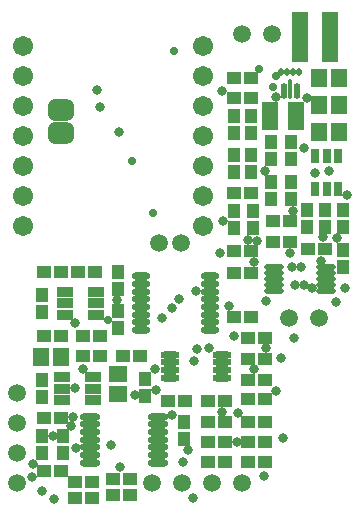
<source format=gts>
G04*
G04 #@! TF.GenerationSoftware,Altium Limited,Altium Designer,23.0.1 (38)*
G04*
G04 Layer_Color=8388736*
%FSLAX25Y25*%
%MOIN*%
G70*
G04*
G04 #@! TF.SameCoordinates,C4E3482C-EC36-4988-95D7-60F58037128F*
G04*
G04*
G04 #@! TF.FilePolarity,Negative*
G04*
G01*
G75*
%ADD33R,0.04540X0.04343*%
%ADD34R,0.04343X0.04540*%
%ADD35R,0.05524X0.16548*%
%ADD36O,0.06312X0.02572*%
%ADD37O,0.06115X0.02572*%
%ADD38R,0.05603X0.03241*%
%ADD39R,0.06312X0.05524*%
%ADD40R,0.05524X0.06312*%
%ADD41O,0.06706X0.02572*%
%ADD42O,0.06509X0.01981*%
%ADD43R,0.03162X0.04934*%
%ADD44R,0.05642X0.09540*%
%ADD45O,0.02178X0.05328*%
%ADD46O,0.01587X0.06509*%
%ADD47O,0.01784X0.02572*%
%ADD48C,0.05918*%
%ADD49C,0.06706*%
G04:AMPARAMS|DCode=50|XSize=86.74mil|YSize=70.99mil|CornerRadius=19.75mil|HoleSize=0mil|Usage=FLASHONLY|Rotation=0.000|XOffset=0mil|YOffset=0mil|HoleType=Round|Shape=RoundedRectangle|*
%AMROUNDEDRECTD50*
21,1,0.08674,0.03150,0,0,0.0*
21,1,0.04724,0.07099,0,0,0.0*
1,1,0.03950,0.02362,-0.01575*
1,1,0.03950,-0.02362,-0.01575*
1,1,0.03950,-0.02362,0.01575*
1,1,0.03950,0.02362,0.01575*
%
%ADD50ROUNDEDRECTD50*%
%ADD51C,0.03162*%
%ADD52C,0.02769*%
D33*
X41354Y-161500D02*
D03*
X35646D02*
D03*
X28854Y-162500D02*
D03*
X23146D02*
D03*
X67387Y-137000D02*
D03*
X73095D02*
D03*
Y-150500D02*
D03*
X67387D02*
D03*
Y-143750D02*
D03*
X73095D02*
D03*
X39146Y-115000D02*
D03*
X44854D02*
D03*
X80870Y-150500D02*
D03*
X86579D02*
D03*
Y-143750D02*
D03*
X80870D02*
D03*
Y-137000D02*
D03*
X86579D02*
D03*
X80870Y-129500D02*
D03*
X86579D02*
D03*
Y-123000D02*
D03*
X80870D02*
D03*
Y-116000D02*
D03*
X86579D02*
D03*
Y-109000D02*
D03*
X80870D02*
D03*
X76189Y-80000D02*
D03*
X81898D02*
D03*
X76189Y-87387D02*
D03*
X81898D02*
D03*
X76189Y-102162D02*
D03*
X81898D02*
D03*
X59741Y-130102D02*
D03*
X54032D02*
D03*
X67387D02*
D03*
X73095D02*
D03*
X18422Y-108602D02*
D03*
X12713D02*
D03*
X25646D02*
D03*
X31354D02*
D03*
X18422Y-87102D02*
D03*
X12713D02*
D03*
X25646Y-115000D02*
D03*
X31354D02*
D03*
X24032Y-87102D02*
D03*
X29741D02*
D03*
X18422Y-153500D02*
D03*
X12713D02*
D03*
X18422Y-135662D02*
D03*
X12713D02*
D03*
X23146Y-157000D02*
D03*
X28854D02*
D03*
X41354Y-156000D02*
D03*
X35646D02*
D03*
X100646Y-79500D02*
D03*
X106354D02*
D03*
X89146Y-77000D02*
D03*
X94854D02*
D03*
X89146Y-70000D02*
D03*
X94854D02*
D03*
X76146Y-22500D02*
D03*
X81855D02*
D03*
Y-29000D02*
D03*
X76146D02*
D03*
X76146Y-60716D02*
D03*
X81855D02*
D03*
D34*
X19230Y-147516D02*
D03*
Y-141807D02*
D03*
X59500Y-142854D02*
D03*
Y-137146D02*
D03*
X37500Y-100146D02*
D03*
Y-105854D02*
D03*
Y-92854D02*
D03*
Y-87146D02*
D03*
X12000Y-100354D02*
D03*
Y-94646D02*
D03*
X46500Y-122646D02*
D03*
Y-128354D02*
D03*
X12000Y-141807D02*
D03*
Y-147516D02*
D03*
Y-128854D02*
D03*
Y-123146D02*
D03*
X112500Y-79646D02*
D03*
Y-85354D02*
D03*
X76000Y-53854D02*
D03*
Y-48146D02*
D03*
X81846Y-53854D02*
D03*
Y-48146D02*
D03*
X88500Y-62854D02*
D03*
Y-57146D02*
D03*
X88500Y-43791D02*
D03*
Y-49500D02*
D03*
X95000Y-43791D02*
D03*
Y-49500D02*
D03*
X95000Y-62854D02*
D03*
Y-57145D02*
D03*
X76000Y-40854D02*
D03*
Y-35145D02*
D03*
X81846Y-40854D02*
D03*
Y-35146D02*
D03*
X112500Y-66500D02*
D03*
Y-72209D02*
D03*
X106500Y-66500D02*
D03*
Y-72209D02*
D03*
X100500D02*
D03*
Y-66500D02*
D03*
X76000Y-72570D02*
D03*
Y-66861D02*
D03*
X82335Y-72570D02*
D03*
Y-66861D02*
D03*
D35*
X98268Y-8661D02*
D03*
X108268D02*
D03*
D36*
X72161Y-122338D02*
D03*
Y-119779D02*
D03*
Y-117220D02*
D03*
Y-114661D02*
D03*
X54839Y-122338D02*
D03*
Y-119779D02*
D03*
Y-117220D02*
D03*
Y-114661D02*
D03*
D37*
X44984Y-88543D02*
D03*
Y-91102D02*
D03*
Y-93661D02*
D03*
Y-96220D02*
D03*
Y-98779D02*
D03*
Y-101338D02*
D03*
Y-103897D02*
D03*
Y-106456D02*
D03*
X68016Y-88543D02*
D03*
Y-91102D02*
D03*
Y-93661D02*
D03*
Y-96220D02*
D03*
Y-98779D02*
D03*
Y-101338D02*
D03*
Y-103897D02*
D03*
Y-106456D02*
D03*
D38*
X19729Y-93862D02*
D03*
Y-97602D02*
D03*
Y-101343D02*
D03*
X30044D02*
D03*
Y-97602D02*
D03*
Y-93862D02*
D03*
X18843Y-122260D02*
D03*
Y-126000D02*
D03*
Y-129740D02*
D03*
X29157D02*
D03*
Y-126000D02*
D03*
Y-122260D02*
D03*
D39*
X37500Y-121153D02*
D03*
Y-127846D02*
D03*
D40*
X18387Y-115602D02*
D03*
X11694D02*
D03*
X111193Y-22500D02*
D03*
X104500D02*
D03*
Y-31500D02*
D03*
X111193D02*
D03*
X104500Y-40500D02*
D03*
X111193D02*
D03*
D41*
X50917Y-150677D02*
D03*
Y-148118D02*
D03*
Y-145559D02*
D03*
Y-143000D02*
D03*
Y-140441D02*
D03*
Y-137882D02*
D03*
Y-135323D02*
D03*
X28083Y-150677D02*
D03*
Y-148118D02*
D03*
Y-145559D02*
D03*
Y-143000D02*
D03*
Y-140441D02*
D03*
Y-137882D02*
D03*
Y-135323D02*
D03*
D42*
X89339Y-85563D02*
D03*
Y-87531D02*
D03*
Y-89500D02*
D03*
Y-91469D02*
D03*
Y-93437D02*
D03*
X106661Y-85563D02*
D03*
Y-87531D02*
D03*
Y-89500D02*
D03*
Y-91469D02*
D03*
Y-93437D02*
D03*
D43*
X110740Y-48390D02*
D03*
X107000D02*
D03*
X103260D02*
D03*
Y-59610D02*
D03*
X107000D02*
D03*
X110740D02*
D03*
D44*
X96618Y-35000D02*
D03*
X88075D02*
D03*
D45*
X92681Y-26862D02*
D03*
X97012D02*
D03*
D46*
X94846Y-26272D02*
D03*
D47*
X91894Y-20563D02*
D03*
X93862D02*
D03*
X95831D02*
D03*
X97799D02*
D03*
D48*
X58504Y-77559D02*
D03*
X51024D02*
D03*
X78740Y-7874D02*
D03*
X88740D02*
D03*
X104488Y-102362D02*
D03*
X94488D02*
D03*
X78740Y-157480D02*
D03*
X68740D02*
D03*
X58740D02*
D03*
X48740D02*
D03*
X3937D02*
D03*
Y-147480D02*
D03*
Y-137480D02*
D03*
Y-127480D02*
D03*
D49*
X65905Y-11811D02*
D03*
X5906Y-21811D02*
D03*
Y-11811D02*
D03*
Y-61811D02*
D03*
Y-51811D02*
D03*
Y-41811D02*
D03*
Y-31811D02*
D03*
Y-71811D02*
D03*
X65905D02*
D03*
Y-31811D02*
D03*
Y-41811D02*
D03*
Y-51811D02*
D03*
Y-61811D02*
D03*
Y-21811D02*
D03*
D50*
X18406Y-40945D02*
D03*
Y-33059D02*
D03*
D51*
X30500Y-26500D02*
D03*
X31500Y-32000D02*
D03*
X86000Y-155000D02*
D03*
X59000Y-150500D02*
D03*
X62500Y-162423D02*
D03*
X96000Y-109000D02*
D03*
X86800Y-112300D02*
D03*
X92500Y-142500D02*
D03*
X38000Y-152111D02*
D03*
X35000Y-144700D02*
D03*
X8900Y-155500D02*
D03*
X110000Y-97000D02*
D03*
X113200Y-92400D02*
D03*
X71400Y-80800D02*
D03*
X83800Y-76700D02*
D03*
X23600Y-145800D02*
D03*
X43000Y-128128D02*
D03*
X25646Y-119300D02*
D03*
X49700D02*
D03*
X86500Y-53600D02*
D03*
X82800Y-83700D02*
D03*
X77000Y-143800D02*
D03*
X60800Y-146300D02*
D03*
X113700Y-61400D02*
D03*
X99600Y-45800D02*
D03*
X72200Y-26800D02*
D03*
X72600Y-70000D02*
D03*
X57950Y-96220D02*
D03*
X96300Y-91469D02*
D03*
X23000Y-125800D02*
D03*
X16000Y-162900D02*
D03*
X82700Y-119500D02*
D03*
X21900Y-138400D02*
D03*
X12000Y-160000D02*
D03*
X90100Y-126900D02*
D03*
X110354Y-75900D02*
D03*
X86700Y-96800D02*
D03*
X95900Y-66700D02*
D03*
X103260Y-54200D02*
D03*
X72200Y-133700D02*
D03*
X91700Y-115700D02*
D03*
X22377Y-135323D02*
D03*
X74400Y-98300D02*
D03*
X77300Y-134200D02*
D03*
X55500Y-134700D02*
D03*
X9200Y-151200D02*
D03*
X94854Y-80946D02*
D03*
X99300Y-91600D02*
D03*
X98600Y-85400D02*
D03*
X95500Y-85300D02*
D03*
X105200Y-83400D02*
D03*
X100300Y-29000D02*
D03*
X90100Y-28900D02*
D03*
X67800Y-112500D02*
D03*
X80631Y-76500D02*
D03*
X62800Y-116700D02*
D03*
X105700Y-75600D02*
D03*
X63800Y-112800D02*
D03*
X76000Y-108600D02*
D03*
X102100Y-92400D02*
D03*
X107700Y-53300D02*
D03*
X55400Y-99100D02*
D03*
X50000Y-126400D02*
D03*
X52100Y-102300D02*
D03*
X63400Y-93600D02*
D03*
X37741Y-40559D02*
D03*
X15800Y-141807D02*
D03*
X23200Y-104000D02*
D03*
X37100Y-96500D02*
D03*
D52*
X42000Y-50000D02*
D03*
X90178Y-21938D02*
D03*
X89000Y-25500D02*
D03*
X56000Y-13500D02*
D03*
X84500Y-19375D02*
D03*
X49000Y-67500D02*
D03*
X34000Y-103000D02*
D03*
M02*

</source>
